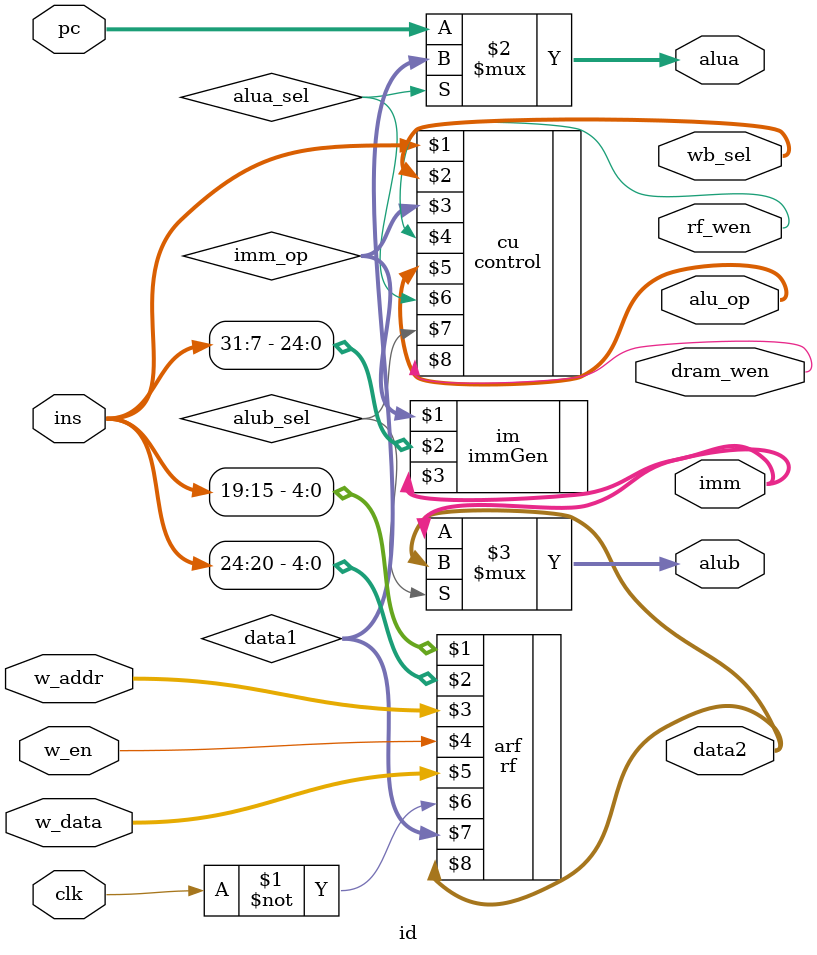
<source format=v>
module id (
    input clk,
    input [4:0] w_addr,
    input [31:0] w_data,
    input w_en,
    input [31:0] ins,
    input [31:0] pc,
    output [31:0] data2,
    output [31:0] alua,
    output [31:0] alub,
    output [31:0] imm,
    output [1:0] wb_sel,
    output rf_wen,
    output [2:0] alu_op,
    output wire dram_wen 
);
    wire [31:0] data1;
    wire [2:0] imm_op;
    rf arf(ins[19:15],ins[24:20],w_addr,w_en,w_data,~clk,data1,data2);
    control cu(ins,wb_sel,imm_op,rf_wen,alu_op,alua_sel,alub_sel,dram_wen);
    immGen im(imm_op,ins[31:7],imm);
    assign alua = alua_sel ? data1:pc; // 1 data1, 0 pc 
    assign alub = alub_sel ? data2:imm; // 1 data1, 0 pc 
endmodule
</source>
